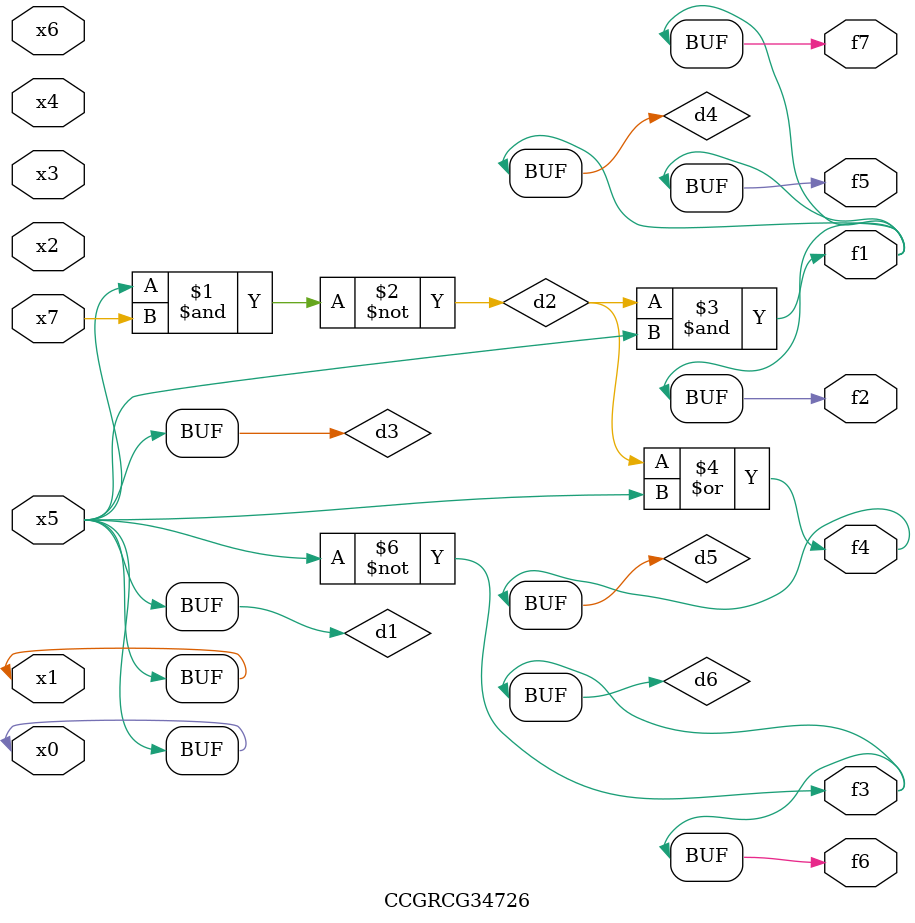
<source format=v>
module CCGRCG34726(
	input x0, x1, x2, x3, x4, x5, x6, x7,
	output f1, f2, f3, f4, f5, f6, f7
);

	wire d1, d2, d3, d4, d5, d6;

	buf (d1, x0, x5);
	nand (d2, x5, x7);
	buf (d3, x0, x1);
	and (d4, d2, d3);
	or (d5, d2, d3);
	nor (d6, d1, d3);
	assign f1 = d4;
	assign f2 = d4;
	assign f3 = d6;
	assign f4 = d5;
	assign f5 = d4;
	assign f6 = d6;
	assign f7 = d4;
endmodule

</source>
